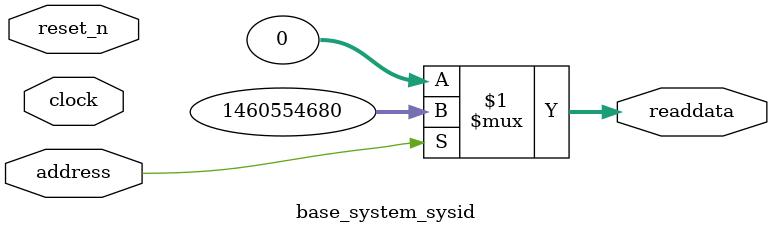
<source format=v>



// synthesis translate_off
`timescale 1ns / 1ps
// synthesis translate_on

// turn off superfluous verilog processor warnings 
// altera message_level Level1 
// altera message_off 10034 10035 10036 10037 10230 10240 10030 

module base_system_sysid (
               // inputs:
                address,
                clock,
                reset_n,

               // outputs:
                readdata
             )
;

  output  [ 31: 0] readdata;
  input            address;
  input            clock;
  input            reset_n;

  wire    [ 31: 0] readdata;
  //control_slave, which is an e_avalon_slave
  assign readdata = address ? 1460554680 : 0;

endmodule




</source>
